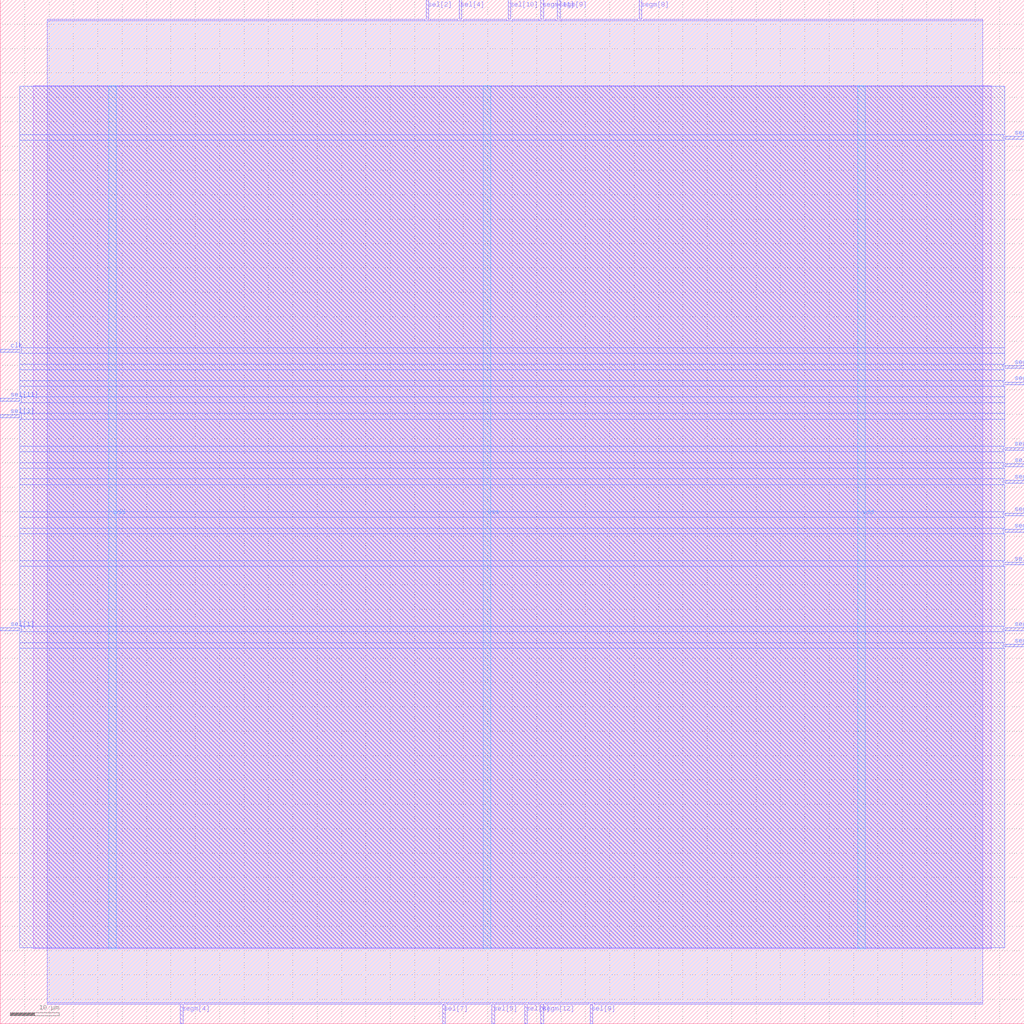
<source format=lef>
VERSION 5.7 ;
  NOWIREEXTENSIONATPIN ON ;
  DIVIDERCHAR "/" ;
  BUSBITCHARS "[]" ;
MACRO ita37
  CLASS BLOCK ;
  FOREIGN ita37 ;
  ORIGIN 0.000 0.000 ;
  SIZE 210.000 BY 210.000 ;
  PIN clk
    DIRECTION INPUT ;
    USE SIGNAL ;
    ANTENNAGATEAREA 4.738000 ;
    ANTENNADIFFAREA 0.410400 ;
    PORT
      LAYER Metal3 ;
        RECT 0.000 137.760 4.000 138.320 ;
    END
  END clk
  PIN segm[0]
    DIRECTION OUTPUT TRISTATE ;
    USE SIGNAL ;
    ANTENNADIFFAREA 4.731200 ;
    PORT
      LAYER Metal3 ;
        RECT 206.000 80.640 210.000 81.200 ;
    END
  END segm[0]
  PIN segm[10]
    DIRECTION OUTPUT TRISTATE ;
    USE SIGNAL ;
    ANTENNADIFFAREA 4.731200 ;
    PORT
      LAYER Metal3 ;
        RECT 206.000 110.880 210.000 111.440 ;
    END
  END segm[10]
  PIN segm[11]
    DIRECTION OUTPUT TRISTATE ;
    USE SIGNAL ;
    ANTENNADIFFAREA 4.731200 ;
    PORT
      LAYER Metal2 ;
        RECT 110.880 206.000 111.440 210.000 ;
    END
  END segm[11]
  PIN segm[12]
    DIRECTION OUTPUT TRISTATE ;
    USE SIGNAL ;
    ANTENNADIFFAREA 4.731200 ;
    PORT
      LAYER Metal2 ;
        RECT 110.880 0.000 111.440 4.000 ;
    END
  END segm[12]
  PIN segm[13]
    DIRECTION OUTPUT TRISTATE ;
    USE SIGNAL ;
    ANTENNADIFFAREA 4.731200 ;
    PORT
      LAYER Metal3 ;
        RECT 206.000 117.600 210.000 118.160 ;
    END
  END segm[13]
  PIN segm[1]
    DIRECTION OUTPUT TRISTATE ;
    USE SIGNAL ;
    ANTENNADIFFAREA 0.360800 ;
    PORT
      LAYER Metal3 ;
        RECT 206.000 181.440 210.000 182.000 ;
    END
  END segm[1]
  PIN segm[2]
    DIRECTION OUTPUT TRISTATE ;
    USE SIGNAL ;
    ANTENNADIFFAREA 4.731200 ;
    PORT
      LAYER Metal3 ;
        RECT 206.000 134.400 210.000 134.960 ;
    END
  END segm[2]
  PIN segm[3]
    DIRECTION OUTPUT TRISTATE ;
    USE SIGNAL ;
    ANTENNADIFFAREA 4.731200 ;
    PORT
      LAYER Metal3 ;
        RECT 206.000 77.280 210.000 77.840 ;
    END
  END segm[3]
  PIN segm[4]
    DIRECTION OUTPUT TRISTATE ;
    USE SIGNAL ;
    ANTENNADIFFAREA 0.360800 ;
    PORT
      LAYER Metal2 ;
        RECT 36.960 0.000 37.520 4.000 ;
    END
  END segm[4]
  PIN segm[5]
    DIRECTION OUTPUT TRISTATE ;
    USE SIGNAL ;
    ANTENNADIFFAREA 4.731200 ;
    PORT
      LAYER Metal3 ;
        RECT 206.000 131.040 210.000 131.600 ;
    END
  END segm[5]
  PIN segm[6]
    DIRECTION OUTPUT TRISTATE ;
    USE SIGNAL ;
    ANTENNADIFFAREA 4.731200 ;
    PORT
      LAYER Metal3 ;
        RECT 206.000 100.800 210.000 101.360 ;
    END
  END segm[6]
  PIN segm[7]
    DIRECTION OUTPUT TRISTATE ;
    USE SIGNAL ;
    ANTENNADIFFAREA 4.731200 ;
    PORT
      LAYER Metal3 ;
        RECT 206.000 104.160 210.000 104.720 ;
    END
  END segm[7]
  PIN segm[8]
    DIRECTION OUTPUT TRISTATE ;
    USE SIGNAL ;
    ANTENNADIFFAREA 4.731200 ;
    PORT
      LAYER Metal2 ;
        RECT 131.040 206.000 131.600 210.000 ;
    END
  END segm[8]
  PIN segm[9]
    DIRECTION OUTPUT TRISTATE ;
    USE SIGNAL ;
    ANTENNADIFFAREA 4.731200 ;
    PORT
      LAYER Metal2 ;
        RECT 114.240 206.000 114.800 210.000 ;
    END
  END segm[9]
  PIN sel[0]
    DIRECTION OUTPUT TRISTATE ;
    USE SIGNAL ;
    ANTENNADIFFAREA 4.731200 ;
    PORT
      LAYER Metal3 ;
        RECT 206.000 114.240 210.000 114.800 ;
    END
  END sel[0]
  PIN sel[10]
    DIRECTION OUTPUT TRISTATE ;
    USE SIGNAL ;
    ANTENNADIFFAREA 4.731200 ;
    PORT
      LAYER Metal2 ;
        RECT 104.160 206.000 104.720 210.000 ;
    END
  END sel[10]
  PIN sel[11]
    DIRECTION OUTPUT TRISTATE ;
    USE SIGNAL ;
    ANTENNADIFFAREA 4.731200 ;
    PORT
      LAYER Metal3 ;
        RECT 0.000 127.680 4.000 128.240 ;
    END
  END sel[11]
  PIN sel[1]
    DIRECTION OUTPUT TRISTATE ;
    USE SIGNAL ;
    ANTENNADIFFAREA 4.731200 ;
    PORT
      LAYER Metal3 ;
        RECT 0.000 80.640 4.000 81.200 ;
    END
  END sel[1]
  PIN sel[2]
    DIRECTION OUTPUT TRISTATE ;
    USE SIGNAL ;
    ANTENNADIFFAREA 4.731200 ;
    PORT
      LAYER Metal2 ;
        RECT 87.360 206.000 87.920 210.000 ;
    END
  END sel[2]
  PIN sel[3]
    DIRECTION OUTPUT TRISTATE ;
    USE SIGNAL ;
    ANTENNADIFFAREA 4.731200 ;
    PORT
      LAYER Metal3 ;
        RECT 0.000 124.320 4.000 124.880 ;
    END
  END sel[3]
  PIN sel[4]
    DIRECTION OUTPUT TRISTATE ;
    USE SIGNAL ;
    ANTENNADIFFAREA 4.731200 ;
    PORT
      LAYER Metal2 ;
        RECT 94.080 206.000 94.640 210.000 ;
    END
  END sel[4]
  PIN sel[5]
    DIRECTION OUTPUT TRISTATE ;
    USE SIGNAL ;
    ANTENNADIFFAREA 4.731200 ;
    PORT
      LAYER Metal2 ;
        RECT 100.800 0.000 101.360 4.000 ;
    END
  END sel[5]
  PIN sel[6]
    DIRECTION OUTPUT TRISTATE ;
    USE SIGNAL ;
    ANTENNADIFFAREA 4.731200 ;
    PORT
      LAYER Metal3 ;
        RECT 206.000 94.080 210.000 94.640 ;
    END
  END sel[6]
  PIN sel[7]
    DIRECTION OUTPUT TRISTATE ;
    USE SIGNAL ;
    ANTENNADIFFAREA 4.731200 ;
    PORT
      LAYER Metal2 ;
        RECT 90.720 0.000 91.280 4.000 ;
    END
  END sel[7]
  PIN sel[8]
    DIRECTION OUTPUT TRISTATE ;
    USE SIGNAL ;
    ANTENNADIFFAREA 4.731200 ;
    PORT
      LAYER Metal2 ;
        RECT 107.520 0.000 108.080 4.000 ;
    END
  END sel[8]
  PIN sel[9]
    DIRECTION OUTPUT TRISTATE ;
    USE SIGNAL ;
    ANTENNADIFFAREA 4.731200 ;
    PORT
      LAYER Metal2 ;
        RECT 120.960 0.000 121.520 4.000 ;
    END
  END sel[9]
  PIN vdd
    DIRECTION INOUT ;
    USE POWER ;
    PORT
      LAYER Metal4 ;
        RECT 22.240 15.380 23.840 192.380 ;
    END
    PORT
      LAYER Metal4 ;
        RECT 175.840 15.380 177.440 192.380 ;
    END
  END vdd
  PIN vss
    DIRECTION INOUT ;
    USE GROUND ;
    PORT
      LAYER Metal4 ;
        RECT 99.040 15.380 100.640 192.380 ;
    END
  END vss
  OBS
      LAYER Metal1 ;
        RECT 6.720 15.380 203.280 192.380 ;
      LAYER Metal2 ;
        RECT 9.660 205.700 87.060 206.000 ;
        RECT 88.220 205.700 93.780 206.000 ;
        RECT 94.940 205.700 103.860 206.000 ;
        RECT 105.020 205.700 110.580 206.000 ;
        RECT 111.740 205.700 113.940 206.000 ;
        RECT 115.100 205.700 130.740 206.000 ;
        RECT 131.900 205.700 201.460 206.000 ;
        RECT 9.660 4.300 201.460 205.700 ;
        RECT 9.660 4.000 36.660 4.300 ;
        RECT 37.820 4.000 90.420 4.300 ;
        RECT 91.580 4.000 100.500 4.300 ;
        RECT 101.660 4.000 107.220 4.300 ;
        RECT 108.380 4.000 110.580 4.300 ;
        RECT 111.740 4.000 120.660 4.300 ;
        RECT 121.820 4.000 201.460 4.300 ;
      LAYER Metal3 ;
        RECT 4.000 182.300 206.000 192.220 ;
        RECT 4.000 181.140 205.700 182.300 ;
        RECT 4.000 138.620 206.000 181.140 ;
        RECT 4.300 137.460 206.000 138.620 ;
        RECT 4.000 135.260 206.000 137.460 ;
        RECT 4.000 134.100 205.700 135.260 ;
        RECT 4.000 131.900 206.000 134.100 ;
        RECT 4.000 130.740 205.700 131.900 ;
        RECT 4.000 128.540 206.000 130.740 ;
        RECT 4.300 127.380 206.000 128.540 ;
        RECT 4.000 125.180 206.000 127.380 ;
        RECT 4.300 124.020 206.000 125.180 ;
        RECT 4.000 118.460 206.000 124.020 ;
        RECT 4.000 117.300 205.700 118.460 ;
        RECT 4.000 115.100 206.000 117.300 ;
        RECT 4.000 113.940 205.700 115.100 ;
        RECT 4.000 111.740 206.000 113.940 ;
        RECT 4.000 110.580 205.700 111.740 ;
        RECT 4.000 105.020 206.000 110.580 ;
        RECT 4.000 103.860 205.700 105.020 ;
        RECT 4.000 101.660 206.000 103.860 ;
        RECT 4.000 100.500 205.700 101.660 ;
        RECT 4.000 94.940 206.000 100.500 ;
        RECT 4.000 93.780 205.700 94.940 ;
        RECT 4.000 81.500 206.000 93.780 ;
        RECT 4.300 80.340 205.700 81.500 ;
        RECT 4.000 78.140 206.000 80.340 ;
        RECT 4.000 76.980 205.700 78.140 ;
        RECT 4.000 15.540 206.000 76.980 ;
  END
END ita37
END LIBRARY


</source>
